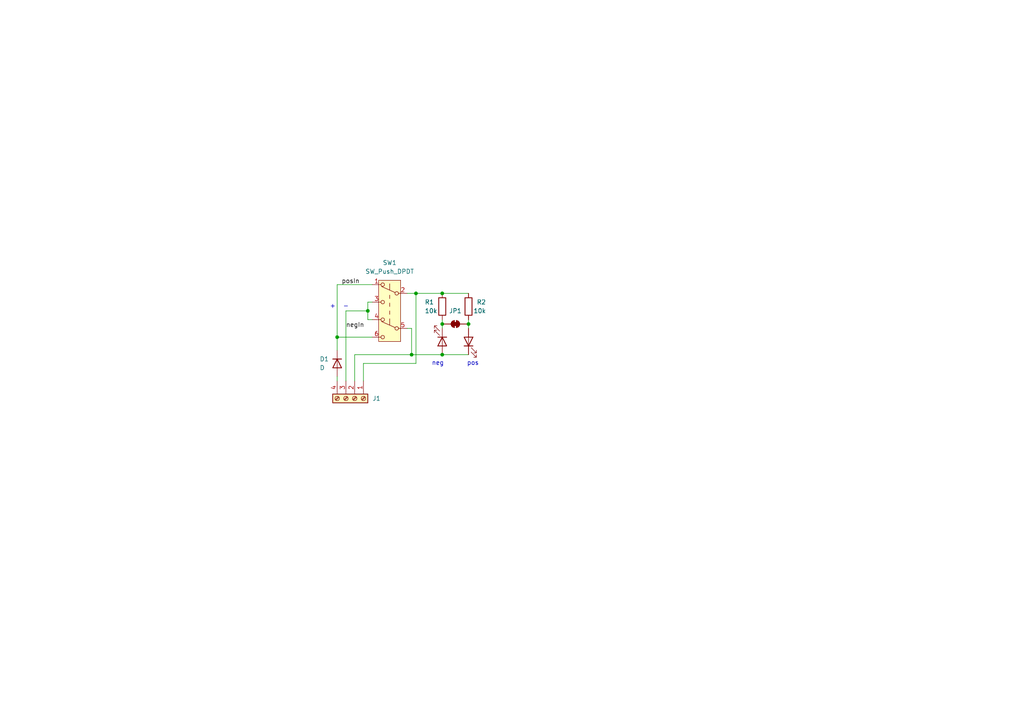
<source format=kicad_sch>
(kicad_sch (version 20231120) (generator "eeschema") (generator_version "8.0")
  (paper "A4")
  (lib_symbols
    (symbol "Connector:Screw_Terminal_01x04" (pin_names (offset 1.016) hide)
      (property "Reference" "J" (at 0 5.08 0))
      (property "Value" "Screw_Terminal_01x04" (at 0 -7.62 0))
      (symbol "Screw_Terminal_01x04_1_1"
        (rectangle (start -1.27 3.81) (end 1.27 -6.35) (stroke (width 0.254)) (fill (type background)))
        (circle (center 0 -5.08) (radius 0.635) (stroke (width 0.1524)))
        (circle (center 0 -2.54) (radius 0.635) (stroke (width 0.1524)))
        (polyline (pts (xy -0.5334 -4.7498) (xy 0.3302 -5.588)) (stroke (width 0.1524)))
        (polyline (pts (xy -0.5334 -2.2098) (xy 0.3302 -3.048)) (stroke (width 0.1524)))
        (polyline (pts (xy -0.5334 0.3302) (xy 0.3302 -0.508)) (stroke (width 0.1524)))
        (polyline (pts (xy -0.5334 2.8702) (xy 0.3302 2.032)) (stroke (width 0.1524)))
        (polyline (pts (xy -0.3556 -4.572) (xy 0.508 -5.4102)) (stroke (width 0.1524)))
        (polyline (pts (xy -0.3556 -2.032) (xy 0.508 -2.8702)) (stroke (width 0.1524)))
        (polyline (pts (xy -0.3556 0.508) (xy 0.508 -0.3302)) (stroke (width 0.1524)))
        (polyline (pts (xy -0.3556 3.048) (xy 0.508 2.2098)) (stroke (width 0.1524)))
        (circle (center 0 0) (radius 0.635) (stroke (width 0.1524)))
        (circle (center 0 2.54) (radius 0.635) (stroke (width 0.1524)))
        (pin passive line (at -5.08 2.54 0) (length 3.81) (name "Pin_1") (number "1"))
        (pin passive line (at -5.08 0 0) (length 3.81) (name "Pin_2") (number "2"))
        (pin passive line (at -5.08 -2.54 0) (length 3.81) (name "Pin_3") (number "3"))
        (pin passive line (at -5.08 -5.08 0) (length 3.81) (name "Pin_4") (number "4"))
      )
    )
    (symbol "Device:D" (pin_numbers hide) (pin_names (offset 1.016) hide)
      (property "Reference" "D" (at 0 2.54 0))
      (property "Value" "D" (at 0 -2.54 0))
      (symbol "D_0_1"
        (polyline (pts (xy -1.27 1.27) (xy -1.27 -1.27)) (stroke (width 0.254)))
        (polyline (pts (xy 1.27 0) (xy -1.27 0)))
        (polyline (pts (xy 1.27 1.27) (xy 1.27 -1.27) (xy -1.27 0) (xy 1.27 1.27)) (stroke (width 0.254)))
      )
      (symbol "D_1_1"
        (pin passive line (at -3.81 0 0) (length 2.54) (name "K") (number "1"))
        (pin passive line (at 3.81 0 180) (length 2.54) (name "A") (number "2"))
      )
    )
    (symbol "Device:LED" (pin_numbers hide) (pin_names (offset 1.016) hide)
      (property "Reference" "D" (at 0 2.54 0))
      (property "Value" "LED" (at 0 -2.54 0))
      (symbol "LED_0_1"
        (polyline (pts (xy -1.27 -1.27) (xy -1.27 1.27)) (stroke (width 0.254)))
        (polyline (pts (xy -1.27 0) (xy 1.27 0)))
        (polyline (pts (xy 1.27 -1.27) (xy 1.27 1.27) (xy -1.27 0) (xy 1.27 -1.27)) (stroke (width 0.254)))
        (polyline (pts (xy -3.048 -0.762) (xy -4.572 -2.286) (xy -3.81 -2.286) (xy -4.572 -2.286) (xy -4.572 -1.524)))
        (polyline (pts (xy -1.778 -0.762) (xy -3.302 -2.286) (xy -2.54 -2.286) (xy -3.302 -2.286) (xy -3.302 -1.524)))
      )
      (symbol "LED_1_1"
        (pin passive line (at -3.81 0 0) (length 2.54) (name "K") (number "1"))
        (pin passive line (at 3.81 0 180) (length 2.54) (name "A") (number "2"))
      )
    )
    (symbol "Device:R" (pin_numbers hide) (pin_names (offset 0))
      (property "Reference" "R" (at 2.032 0 90))
      (property "Value" "R" (at 0 0 90))
      (symbol "R_0_1"
        (rectangle (start -1.016 -2.54) (end 1.016 2.54) (stroke (width 0.254)))
      )
      (symbol "R_1_1"
        (pin passive line (at 0 3.81 270) (length 1.27) (name "~") (number "1"))
        (pin passive line (at 0 -3.81 90) (length 1.27) (name "~") (number "2"))
      )
    )
    (symbol "Jumper:SolderJumper_2_Bridged" (pin_numbers hide) (pin_names (offset 0) hide) (exclude_from_sim yes) (in_bom no)
      (property "Reference" "JP" (at 0 2.032 0))
      (property "Value" "SolderJumper_2_Bridged" (at 0 -2.54 0))
      (symbol "SolderJumper_2_Bridged_0_1"
        (rectangle (start -0.508 0.508) (end 0.508 -0.508) (fill (type outline)))
        (arc (start -0.254 1.016) (mid -1.2656 0) (end -0.254 -1.016))
        (arc (start -0.254 1.016) (mid -1.2656 0) (end -0.254 -1.016) (fill (type outline)))
        (polyline (pts (xy -0.254 1.016) (xy -0.254 -1.016)))
        (polyline (pts (xy 0.254 1.016) (xy 0.254 -1.016)))
        (arc (start 0.254 -1.016) (mid 1.2656 0) (end 0.254 1.016))
        (arc (start 0.254 -1.016) (mid 1.2656 0) (end 0.254 1.016) (fill (type outline)))
      )
      (symbol "SolderJumper_2_Bridged_1_1"
        (pin passive line (at -3.81 0 0) (length 2.54) (name "A") (number "1"))
        (pin passive line (at 3.81 0 180) (length 2.54) (name "B") (number "2"))
      )
    )
    (symbol "Switch:SW_Push_DPDT" (pin_names (offset 0) hide)
      (property "Reference" "SW" (at 0 10.16 0))
      (property "Value" "SW_Push_DPDT" (at 0 -10.16 0))
      (symbol "SW_Push_DPDT_0_0"
        (circle (center -2.032 -5.08) (radius 0.508))
        (circle (center -2.032 5.08) (radius 0.508))
        (circle (center 2.032 -7.62) (radius 0.508))
        (circle (center 2.032 2.54) (radius 0.508))
      )
      (symbol "SW_Push_DPDT_0_1"
        (polyline (pts (xy -1.524 -4.826) (xy 2.3368 -3.0988)))
        (polyline (pts (xy -1.524 5.334) (xy 2.3368 7.0612)))
        (polyline (pts (xy 0 -2.286) (xy 0 -4.064)))
        (polyline (pts (xy 0 -1.016) (xy 0 0)))
        (polyline (pts (xy 0 1.27) (xy 0 2.286)))
        (polyline (pts (xy 0 3.556) (xy 0 4.572)))
        (polyline (pts (xy 0 7.874) (xy 0 6.096)))
        (circle (center 2.032 -2.54) (radius 0.508))
        (circle (center 2.032 7.62) (radius 0.508))
      )
      (symbol "SW_Push_DPDT_1_1"
        (rectangle (start -3.175 8.89) (end 3.175 -8.89) (fill (type background)))
        (pin passive line (at 5.08 7.62 180) (length 2.54) (name "A") (number "1"))
        (pin passive line (at -5.08 5.08 0) (length 2.54) (name "B") (number "2"))
        (pin passive line (at 5.08 2.54 180) (length 2.54) (name "C") (number "3"))
        (pin passive line (at 5.08 -2.54 180) (length 2.54) (name "A") (number "4"))
        (pin passive line (at -5.08 -5.08 0) (length 2.54) (name "B") (number "5"))
        (pin passive line (at 5.08 -7.62 180) (length 2.54) (name "C") (number "6"))
      )
    )
  )
  (junction (at 128.27 93.98))
  (junction (at 120.65 85.09))
  (junction (at 135.89 93.98))
  (junction (at 128.27 102.87))
  (junction (at 119.38 102.87))
  (junction (at 106.68 90.17))
  (junction (at 97.79 97.79))
  (junction (at 128.27 85.09))
  (wire (pts (xy 128.27 102.87) (xy 135.89 102.87)))
  (wire (pts (xy 97.79 82.55) (xy 97.79 97.79)))
  (wire (pts (xy 135.89 93.98) (xy 135.89 92.71)))
  (wire (pts (xy 105.41 110.49) (xy 105.41 105.41)))
  (wire (pts (xy 128.27 92.71) (xy 128.27 93.98)))
  (wire (pts (xy 128.27 95.25) (xy 128.27 93.98)))
  (wire (pts (xy 100.33 90.17) (xy 106.68 90.17)))
  (wire (pts (xy 97.79 109.22) (xy 97.79 110.49)))
  (wire (pts (xy 100.33 110.49) (xy 100.33 90.17)))
  (wire (pts (xy 128.27 85.09) (xy 135.89 85.09)))
  (wire (pts (xy 102.87 102.87) (xy 119.38 102.87)))
  (wire (pts (xy 119.38 95.25) (xy 118.11 95.25)))
  (wire (pts (xy 120.65 85.09) (xy 128.27 85.09)))
  (wire (pts (xy 118.11 85.09) (xy 120.65 85.09)))
  (wire (pts (xy 97.79 97.79) (xy 107.95 97.79)))
  (wire (pts (xy 97.79 97.79) (xy 97.79 101.6)))
  (wire (pts (xy 102.87 110.49) (xy 102.87 102.87)))
  (wire (pts (xy 120.65 105.41) (xy 120.65 85.09)))
  (wire (pts (xy 105.41 105.41) (xy 120.65 105.41)))
  (wire (pts (xy 119.38 102.87) (xy 119.38 95.25)))
  (wire (pts (xy 106.68 90.17) (xy 106.68 92.71)))
  (wire (pts (xy 135.89 95.25) (xy 135.89 93.98)))
  (wire (pts (xy 119.38 102.87) (xy 128.27 102.87)))
  (wire (pts (xy 106.68 92.71) (xy 107.95 92.71)))
  (wire (pts (xy 97.79 82.55) (xy 107.95 82.55)))
  (wire (pts (xy 106.68 90.17) (xy 106.68 87.63)))
  (wire (pts (xy 106.68 87.63) (xy 107.95 87.63)))
  (text "-" (at 100.33 88.9 0) (effects (font (size 1.27 1.27))))
  (text "+" (at 96.52 88.9 0) (effects (font (size 1.27 1.27))))
  (text "pos" (at 137.16 105.41 0) (effects (font (size 1.27 1.27))))
  (text "neg" (at 127 105.41 0) (effects (font (size 1.27 1.27))))
  (label "posIn" (at 99.06 82.55 0))
  (label "negIn" (at 100.33 95.25 0))
  (symbol (lib_id "Device:LED") (at 135.89 99.06 90) (unit 1)
    (property "Reference" "D_POS3" (effects (hide yes)))
    (property "Value" "D" (effects (hide yes)))
    (property "Footprint" "LED_THT:LED_D3.0mm" (effects (hide yes)))
    (property "Description" "Light emitting diode" (effects (hide yes)))
  )
  (symbol (lib_id "Device:R") (at 135.89 88.9 180) (unit 1)
    (property "Reference" "R2" (at 140.97 87.63 0) (effects (justify left)))
    (property "Value" "10k" (at 140.97 90.17 0) (effects (justify left)))
    (property "Footprint" "Resistor_THT:R_Axial_DIN0204_L3.6mm_D1.6mm_P7.62mm_Horizontal" (effects (hide yes)))
    (property "Description" "Resistor" (effects (hide yes)))
  )
  (symbol (lib_id "Jumper:SolderJumper_2_Bridged") (at 132.08 93.98 0) (unit 1) (exclude_from_sim yes) (in_bom no)
    (property "Reference" "JP1" (at 132.08 90.17 0))
    (property "Value" "SolderJumper_2_Bridged" (effects (hide yes)))
    (property "Footprint" "Jumper:SolderJumper-2_P1.3mm_Bridged_RoundedPad1.0x1.5mm" (effects (hide yes)))
    (property "Description" "Solder Jumper, 2-pole, closed/bridged" (effects (hide yes)))
  )
  (symbol (lib_id "Device:R") (at 128.27 88.9 0) (unit 1)
    (property "Reference" "R1" (at 123.19 87.63 0) (effects (justify left)))
    (property "Value" "10k" (at 123.19 90.17 0) (effects (justify left)))
    (property "Footprint" "Resistor_THT:R_Axial_DIN0204_L3.6mm_D1.6mm_P7.62mm_Horizontal" (effects (hide yes)))
    (property "Description" "Resistor" (effects (hide yes)))
  )
  (symbol (lib_id "Device:D") (at 97.79 105.41 270) (unit 1)
    (property "Reference" "D1" (at 92.71 104.14 90) (effects (justify left)))
    (property "Value" "D" (at 92.71 106.68 90) (effects (justify left)))
    (property "Footprint" "Diode_THT:D_DO-34_SOD68_P7.62mm_Horizontal" (effects (hide yes)))
    (property "Description" "Diode" (effects (hide yes)))
    (property "Sim.Device" "D" (effects (hide yes)))
    (property "Sim.Pins" "1=K 2=A" (effects (hide yes)))
  )
  (symbol (lib_id "Device:LED") (at 128.27 99.06 270) (unit 1)
    (property "Reference" "D_NEG2" (effects (hide yes)))
    (property "Value" "LED" (effects (hide yes)))
    (property "Footprint" "LED_THT:LED_D3.0mm" (effects (hide yes)))
    (property "Description" "Light emitting diode" (effects (hide yes)))
  )
  (symbol (lib_id "Connector:Screw_Terminal_01x04") (at 102.87 115.57 270) (unit 1)
    (property "Reference" "J1" (at 109.22 115.57 90))
    (property "Value" "Screw_Terminal_01x04" (effects (hide yes)))
    (property "Footprint" "Connector_Phoenix_MC:PhoenixContact_MCV_1,5_4-G-3.5_1x04_P3.50mm_Vertical" (effects (hide yes)))
    (property "Description" "Generic screw terminal, single row, 01x04, script generated (kicad-library-utils/schlib/autogen/connector/)" (effects (hide yes)))
  )
  (symbol (lib_id "Switch:SW_Push_DPDT") (at 113.03 90.17 0) (mirror y) (unit 1)
    (property "Reference" "SW1" (at 113.03 76.2 0))
    (property "Value" "SW_Push_DPDT" (at 113.03 78.74 0))
    (property "Footprint" "custom_kicad_lib_sk:MTS_DPDT" (effects (hide yes)))
    (property "Description" "Momentary Switch, dual pole double throw" (effects (hide yes)))
  )
)
</source>
